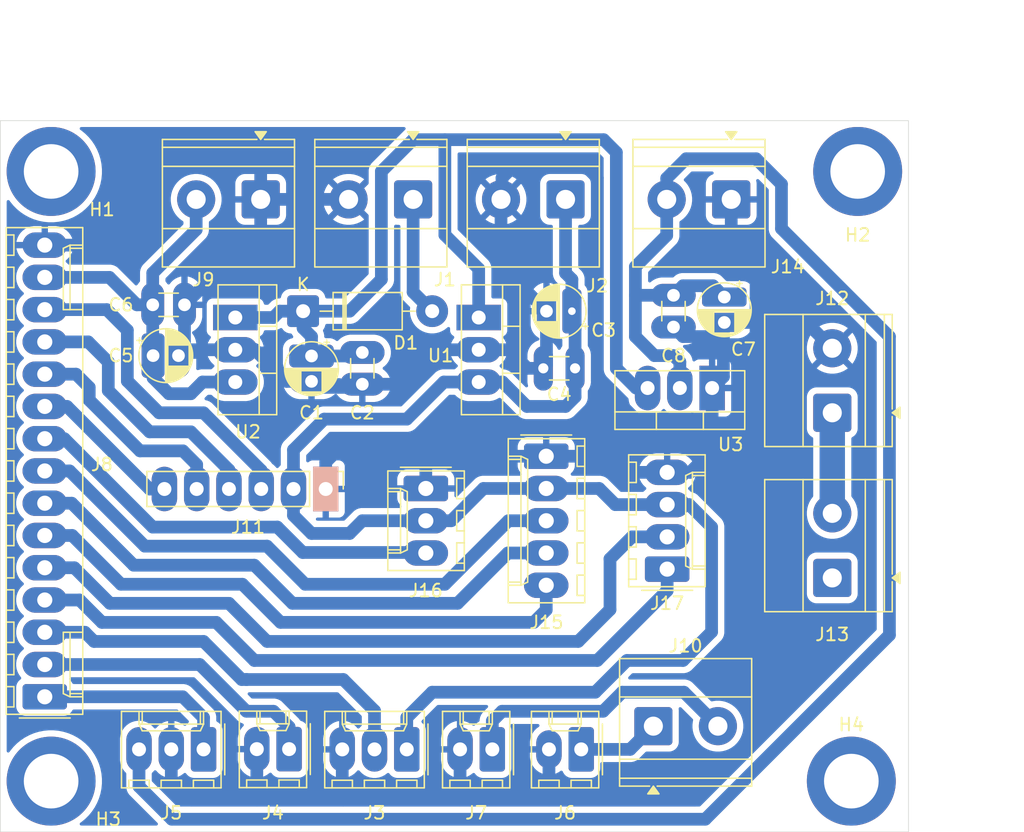
<source format=kicad_pcb>
(kicad_pcb (version 20241229) (generator "pcbnew") (generator_version "9.0")
  (layers (0 "F.Cu" signal) (2 "B.Cu" signal) (13 "F.Paste" user) (15 "B.Paste" user) (5 "F.SilkS" user "F.Silkscreen") (7 "B.SilkS" user "B.Silkscreen") (1 "F.Mask" user) (3 "B.Mask" user) (25 "Edge.Cuts" user))
  (net 0 "")
  (net 1 "+5V")
  (net 2 "Net-(D1-K)")
  (net 3 "GND")
  (net 4 "B15")
  (net 5 "B13")
  (net 6 "+12V_R")
  (net 7 "+9V")
  (net 8 "B15_R")
  (net 9 "B12")
  (net 10 "PIN_LAMPARA")
  (net 11 "B13_R")
  (net 12 "+12V")
  (net 13 "A11")
  (net 14 "+3_3V")
  (net 15 "A9")
  (net 17 "SDA")
  (net 18 "PIN_MOTOR")
  (net 19 "CLK")
  (net 20 "SCL")
  (net 21 "DT")
  (net 22 "SW")
  (net 23 "PIN_ENCODER")
  (footprint "TerminalBlock_Phoenix:TerminalBlock_Phoenix_MKDS-1,5-2-5.08_1x02_P5.08mm_Horizontal" (layer "F.Cu") (at 163.915 114.6725)
    (property "Reference" "J10" (at 2.54 -6.32 0) (layer "F.SilkS"))
    (property "Value" "Retorno_1")
    (pad "1" thru_hole roundrect (at 0 0) (size 3 3) (drill 1.5) (layers "*.Cu" "*.Mask") (roundrect_rratio 0.096154) (net 11 "B13_R"))
    (pad "2" thru_hole circle (at 5.08 0) (size 3 3) (drill 1.5) (layers "*.Cu" "*.Mask") (net 8 "B15_R"))
  )
  (footprint "Connector_Molex:Molex_KK-254_AE-6410-03A_1x03_P2.54mm_Vertical" (layer "F.Cu") (at 128.5 116.5 180)
    (property "Reference" "J5" (at 2.54 -5 0) (layer "F.SilkS"))
    (property "Value" "Tx")
    (pad "1" thru_hole roundrect (at 0 0 180) (size 2 3.5) (drill 1.1) (layers "*.Cu" "*.Mask") (roundrect_rratio 0.143678) (net 13 "A11"))
    (pad "2" thru_hole oval (at 2.54 0 180) (size 2 3.5) (drill 1.1) (layers "*.Cu" "*.Mask") (net 3 "GND"))
    (pad "3" thru_hole oval (at 5.08 0 180) (size 2 3.5) (drill 1.1) (layers "*.Cu" "*.Mask") (net 14 "+3_3V"))
  )
  (footprint "Capacitor_THT:CP_Radial_D4.0mm_P2.00mm" (layer "F.Cu") (at 137 85.527401 -90)
    (property "Reference" "C1" (at 4.472599 0 180) (layer "F.SilkS"))
    (property "Value" "0.22uF")
    (pad "1" thru_hole roundrect (at 0 0 270) (size 1.8 3.5) (drill 1) (layers "*.Cu" "*.Mask") (roundrect_rratio 0.208333) (net 2 "Net-(D1-K)"))
    (pad "2" thru_hole oval (at 2 0 270) (size 1.8 3.5) (drill 1) (layers "*.Cu" "*.Mask") (net 3 "GND"))
  )
  (footprint "Connector_Molex:Molex_KK-254_AE-6410-04A_1x04_P2.54mm_Vertical" (layer "F.Cu") (at 165 102.31 90)
    (property "Reference" "J17" (at -2.69 0 180) (layer "F.SilkS"))
    (property "Value" "LCD")
    (pad "1" thru_hole roundrect (at 0 0 90) (size 2 3.5) (drill 1.19) (layers "*.Cu" "*.Mask") (roundrect_rratio 0.143678) (net 20 "SCL"))
    (pad "2" thru_hole oval (at 2.54 0 90) (size 2 3.5) (drill 1.19) (layers "*.Cu" "*.Mask") (net 17 "SDA"))
    (pad "3" thru_hole oval (at 5.08 0 90) (size 2 3.5) (drill 1.19) (layers "*.Cu" "*.Mask") (net 1 "+5V"))
    (pad "4" thru_hole oval (at 7.62 0 90) (size 2 3.5) (drill 1.19) (layers "*.Cu" "*.Mask") (net 3 "GND"))
  )
  (footprint "Capacitor_THT:CP_Radial_D4.0mm_P2.00mm" (layer "F.Cu") (at 169.5 80.8887 -90)
    (property "Reference" "C7" (at 4.1113 -1.5 180) (layer "F.SilkS"))
    (property "Value" "10uF")
    (pad "1" thru_hole roundrect (at 0 0 270) (size 1.5 3.5) (drill 1) (layers "*.Cu" "*.Mask") (roundrect_rratio 0.208333) (net 14 "+3_3V"))
    (pad "2" thru_hole oval (at 2 0 270) (size 1.5 3.5) (drill 1) (layers "*.Cu" "*.Mask") (net 3 "GND"))
  )
  (footprint "Diode_THT:D_DO-41_SOD81_P10.16mm_Horizontal" (layer "F.Cu") (at 136.34 82)
    (property "Reference" "D1" (at 8.08 2.5 0) (layer "F.SilkS"))
    (property "Value" "1N5819")
    (fp_text user "K" (at 0 -2.1 0) (layer "F.SilkS"))
    (pad "1" thru_hole roundrect (at 0 0) (size 2.5 2.5) (drill 1.1) (layers "*.Cu" "*.Mask") (roundrect_rratio 0.113636) (net 2 "Net-(D1-K)"))
    (pad "2" thru_hole circle (at 10.16 0) (size 2.5 2.5) (drill 1.1) (layers "*.Cu" "*.Mask") (net 12 "+12V"))
  )
  (footprint "TerminalBlock_Phoenix:TerminalBlock_Phoenix_MKDS-1,5-2-5.08_1x02_P5.08mm_Horizontal" (layer "F.Cu") (at 133 73.2 180)
    (property "Reference" "J9" (at 4.5 -6.32 0) (layer "F.SilkS"))
    (property "Value" "9V_OUT")
    (pad "1" thru_hole roundrect (at 0 0 180) (size 3 3) (drill 1.5) (layers "*.Cu" "*.Mask") (roundrect_rratio 0.096154) (net 3 "GND"))
    (pad "2" thru_hole circle (at 5.08 0 180) (size 3 3) (drill 1.5) (layers "*.Cu" "*.Mask") (net 7 "+9V"))
  )
  (footprint "Capacitor_THT:CP_Radial_D4.0mm_P2.00mm" (layer "F.Cu") (at 124.527401 85.5)
    (property "Reference" "C5" (at -2.527401 0 0) (layer "F.SilkS"))
    (property "Value" "10uF")
    (pad "1" thru_hole roundrect (at 0 0) (size 1.8 3.5) (drill 1) (layers "*.Cu" "*.Mask") (roundrect_rratio 0.208333) (net 7 "+9V"))
    (pad "2" thru_hole oval (at 2 0) (size 1.8 3.5) (drill 1) (layers "*.Cu" "*.Mask") (net 3 "GND"))
  )
  (footprint "Connector_Molex:Molex_KK-254_AE-6410-02A_1x02_P2.54mm_Vertical" (layer "F.Cu") (at 151.235 116.5 180)
    (property "Reference" "J7" (at 1.27 -5 0) (layer "F.SilkS"))
    (property "Value" "Cooler")
    (pad "1" thru_hole roundrect (at 0 0 180) (size 2 3.5) (drill 1.1) (layers "*.Cu" "*.Mask") (roundrect_rratio 0.143678) (net 8 "B15_R"))
    (pad "2" thru_hole oval (at 2.54 0 180) (size 2 3.5) (drill 1.1) (layers "*.Cu" "*.Mask") (net 3 "GND"))
  )
  (footprint "TerminalBlock_Phoenix:TerminalBlock_Phoenix_MKDS-1,5-2-5.08_1x02_P5.08mm_Horizontal" (layer "F.Cu") (at 178 103 90)
    (property "Reference" "J13" (at -4.455 0 0) (layer "F.SilkS"))
    (property "Value" "Retorno_2")
    (pad "1" thru_hole roundrect (at 0 0 90) (size 3 3) (drill 1.5) (layers "*.Cu" "*.Mask") (roundrect_rratio 0.096154))
    (pad "2" thru_hole circle (at 5.08 0 90) (size 3 3) (drill 1.5) (layers "*.Cu" "*.Mask") (net 6 "+12V_R"))
  )
  (footprint "Connector_Molex:Molex_KK-254_AE-6410-03A_1x03_P2.54mm_Vertical" (layer "F.Cu") (at 146 95.96 -90)
    (property "Reference" "J16" (at 8.04 0 180) (layer "F.SilkS"))
    (property "Value" "Encoder_Motor")
    (pad "1" thru_hole roundrect (at 0 0 270) (size 2 3.5) (drill 1.19) (layers "*.Cu" "*.Mask") (roundrect_rratio 0.143678) (net 3 "GND"))
    (pad "2" thru_hole oval (at 2.54 0 270) (size 2 3.5) (drill 1.19) (layers "*.Cu" "*.Mask") (net 1 "+5V"))
    (pad "3" thru_hole oval (at 5.08 0 270) (size 2 3.5) (drill 1.19) (layers "*.Cu" "*.Mask") (net 23 "PIN_ENCODER"))
  )
  (footprint "Package_TO_SOT_THT:TO-220-3_Vertical" (layer "F.Cu") (at 131 82.5 -90)
    (property "Reference" "U2" (at 9 -1 180) (layer "F.SilkS"))
    (property "Value" "LM7809_TO220")
    (pad "1" thru_hole rect (at 0 0 270) (size 2 3.5) (drill 1.1) (layers "*.Cu" "*.Mask") (net 2 "Net-(D1-K)"))
    (pad "2" thru_hole oval (at 2.54 0 270) (size 2 3.5) (drill 1.1) (layers "*.Cu" "*.Mask") (net 3 "GND"))
    (pad "3" thru_hole oval (at 5.08 0 270) (size 2 3.5) (drill 1.1) (layers "*.Cu" "*.Mask") (net 7 "+9V"))
  )
  (footprint "TerminalBlock_Phoenix:TerminalBlock_Phoenix_MKDS-1,5-2-5.08_1x02_P5.08mm_Horizontal" (layer "F.Cu") (at 157 73.2 180)
    (property "Reference" "J2" (at -2.5 -6.8 0) (layer "F.SilkS"))
    (property "Value" "5V_OUT")
    (pad "1" thru_hole roundrect (at 0 0 180) (size 3 3) (drill 1.5) (layers "*.Cu" "*.Mask") (roundrect_rratio 0.096154) (net 1 "+5V"))
    (pad "2" thru_hole circle (at 5.08 0 180) (size 3 3) (drill 1.5) (layers "*.Cu" "*.Mask") (net 3 "GND"))
  )
  (footprint "Capacitor_THT:C_Disc_D3.0mm_W1.6mm_P2.50mm" (layer "F.Cu") (at 141 85.250001 -90)
    (property "Reference" "C2" (at 4.749999 0 180) (layer "F.SilkS"))
    (property "Value" "0.1uF")
    (pad "1" thru_hole oval (at 0 0 270) (size 1.8 3.5) (drill 1) (layers "*.Cu" "*.Mask") (net 2 "Net-(D1-K)"))
    (pad "2" thru_hole oval (at 2.5 0 270) (size 1.8 3.5) (drill 1) (layers "*.Cu" "*.Mask") (net 3 "GND"))
  )
  (footprint "TerminalBlock_Phoenix:TerminalBlock_Phoenix_MKDS-1,5-2-5.08_1x02_P5.08mm_Horizontal" (layer "F.Cu") (at 170.045 73.2 180)
    (property "Reference" "J14" (at -4.455 -5.3 0) (layer "F.SilkS"))
    (property "Value" "3_3V_OUT")
    (pad "1" thru_hole roundrect (at 0 0 180) (size 3 3) (drill 1.5) (layers "*.Cu" "*.Mask") (roundrect_rratio 0.096154) (net 3 "GND"))
    (pad "2" thru_hole circle (at 5.08 0 180) (size 3 3) (drill 1.5) (layers "*.Cu" "*.Mask") (net 14 "+3_3V"))
  )
  (footprint "Capacitor_THT:CP_Radial_D4.0mm_P2.00mm" (layer "F.Cu") (at 157.5 82 180)
    (property "Reference" "C3" (at -2.5 -1.5 0) (layer "F.SilkS"))
    (property "Value" "10uF")
    (pad "1" thru_hole roundrect (at 0 0 180) (size 1.5 3.5) (drill 0.6) (layers "*.Cu" "*.Mask") (roundrect_rratio 0.208333) (net 1 "+5V"))
    (pad "2" thru_hole oval (at 2 0 180) (size 1.5 3.5) (drill 1) (layers "*.Cu" "*.Mask") (net 3 "GND"))
  )
  (footprint "MountingHole:MountingHole_4.3mm_M4_ISO14580_Pad_TopBottom" (layer "F.Cu") (at 116.5 71)
    (property "Reference" "H1" (at 4 3 0) (layer "F.SilkS"))
    (property "Value" "MountingHole_4.3mm_M4_ISO14580_Pad_TopBottom" (hide yes))
    (pad "1" thru_hole circle (at 0 0) (size 4.7 4.7) (drill 4.3) (layers "*.Cu" "*.Mask"))
    (pad "1" connect circle (at 0 0) (size 7 7) (layers "F.Cu" "F.Mask"))
    (pad "1" connect circle (at 0 0) (size 7 7) (layers "B.Cu" "B.Mask"))
  )
  (footprint "Package_TO_SOT_THT:TO-220-3_Vertical" (layer "F.Cu") (at 168.54 88.05 180)
    (property "Reference" "U3" (at -1.46 -4.45 0) (layer "F.SilkS"))
    (property "Value" "LD1117V33")
    (pad "1" thru_hole rect (at 0 0 180) (size 2 3.5) (drill 1.1) (layers "*.Cu" "*.Mask") (net 3 "GND"))
    (pad "2" thru_hole oval (at 2.54 0 180) (size 2 3.5) (drill 1.1) (layers "*.Cu" "*.Mask") (net 14 "+3_3V"))
    (pad "3" thru_hole oval (at 5.08 0 180) (size 2 3.5) (drill 1.1) (layers "*.Cu" "*.Mask") (net 2 "Net-(D1-K)"))
  )
  (footprint "Connector_PinHeader_2.54mm:PinHeader_1x06_P2.54mm_Vertical" (layer "F.Cu") (at 138.12 96 -90)
    (property "Reference" "J11" (at 3 6.12 180) (layer "F.SilkS"))
    (property "Value" "Modulo_Reles" (hide yes))
    (pad "1" thru_hole rect (at 0 0 270) (size 3.5 2) (drill 1.1) (layers "*.Cu" "*.Mask" "B.SilkS") (net 3 "GND"))
    (pad "2" thru_hole oval (at 0 2.54 270) (size 3.5 2) (drill 1.1) (layers "*.Cu" "*.Mask") (net 1 "+5V"))
    (pad "3" thru_hole oval (at 0 5.08 270) (size 3.5 2) (drill 1.1) (layers "*.Cu" "*.Mask") (net 18 "PIN_MOTOR"))
    (pad "4" thru_hole oval (at 0 7.62 270) (size 3.5 2) (drill 1.1) (layers "*.Cu" "*.Mask") (net 10 "PIN_LAMPARA"))
    (pad "5" thru_hole oval (at 0 10.16 270) (size 3.5 2) (drill 1.1) (layers "*.Cu" "*.Mask") (net 5 "B13"))
    (pad "6" thru_hole oval (at 0 12.7 270) (size 3.5 2) (drill 1.1) (layers "*.Cu" "*.Mask") (net 4 "B15"))
  )
  (footprint "Connector_Molex:Molex_KK-254_AE-6410-03A_1x03_P2.54mm_Vertical" (layer "F.Cu") (at 144.5 116.5 180)
    (property "Reference" "J3" (at 2.54 -5 0) (layer "F.SilkS"))
    (property "Value" "DHT11")
    (pad "1" thru_hole roundrect (at 0 0 180) (size 2 3.5) (drill 1.1) (layers "*.Cu" "*.Mask") (roundrect_rratio 0.143678) (net 1 "+5V"))
    (pad "2" thru_hole oval (at 2.54 0 180) (size 2 3.5) (drill 1.1) (layers "*.Cu" "*.Mask") (net 15 "A9"))
    (pad "3" thru_hole oval (at 5.08 0 180) (size 2 3.5) (drill 1.1) (layers "*.Cu" "*.Mask") (net 3 "GND"))
  )
  (footprint "Connector_Molex:Molex_KK-254_AE-6410-02A_1x02_P2.54mm_Vertical" (layer "F.Cu") (at 135.235 116.48 180)
    (property "Reference" "J4" (at 1.27 -5.02 0) (layer "F.SilkS"))
    (property "Value" "Buzzer")
    (pad "1" thru_hole roundrect (at 0 0 180) (size 2 3.5) (drill 1.1) (layers "*.Cu" "*.Mask") (roundrect_rratio 0.143678) (net 9 "B12"))
    (pad "2" thru_hole oval (at 2.54 0 180) (size 2 3.5) (drill 1.1) (layers "*.Cu" "*.Mask") (net 3 "GND"))
  )
  (footprint "Connector_Molex:Molex_KK-254_AE-6410-02A_1x02_P2.54mm_Vertical" (layer "F.Cu") (at 158.235 116.5 180)
    (property "Reference" "J6" (at 1.27 -5 0) (layer "F.SilkS"))
    (property "Value" "Humidificador")
    (pad "1" thru_hole roundrect (at 0 0 180) (size 2 3.5) (drill 1.1) (layers "*.Cu" "*.Mask") (roundrect_rratio 0.143678) (net 11 "B13_R"))
    (pad "2" thru_hole oval (at 2.54 0 180) (size 2 3) (drill 1.1) (layers "*.Cu" "*.Mask") (net 3 "GND"))
  )
  (footprint "MountingHole:MountingHole_4.3mm_M4_ISO14580_Pad_TopBottom" (layer "F.Cu") (at 116.5 119)
    (property "Reference" "H3" (at 4.5 3 0) (layer "F.SilkS"))
    (property "Value" "MountingHole_4.3mm_M4_ISO14580_Pad_TopBottom" (hide yes))
    (pad "1" thru_hole circle (at 0 0) (size 4.7 4.7) (drill 4.3) (layers "*.Cu" "*.Mask"))
    (pad "1" connect circle (at 0 0) (size 7 7) (layers "F.Cu" "F.Mask"))
    (pad "1" connect circle (at 0 0) (size 7 7) (layers "B.Cu" "B.Mask"))
  )
  (footprint "MountingHole:MountingHole_4.3mm_M4_ISO14580_Pad_TopBottom" (layer "F.Cu") (at 179.5 119)
    (property "Reference" "H4" (at 0 -4.45 0) (layer "F.SilkS"))
    (property "Value" "MountingHole_4.3mm_M4_ISO14580_Pad_TopBottom" (hide yes))
    (pad "1" thru_hole circle (at 0 0) (size 4.7 4.7) (drill 4.3) (layers "*.Cu" "*.Mask"))
    (pad "1" connect circle (at 0 0) (size 7 7) (layers "F.Cu" "F.Mask"))
    (pad "1" connect circle (at 0 0) (size 7 7) (layers "B.Cu" "B.Mask"))
  )
  (footprint "Capacitor_THT:C_Disc_D3.0mm_W1.6mm_P2.50mm" (layer "F.Cu") (at 124.5 81.5)
    (property "Reference" "C6" (at -2.5 0 0) (layer "F.SilkS"))
    (property "Value" "0.1uF")
    (pad "1" thru_hole oval (at 0 0) (size 1.8 3.5) (drill 1) (layers "*.Cu" "*.Mask") (net 7 "+9V"))
    (pad "2" thru_hole oval (at 2.5 0) (size 1.8 3.5) (drill 1) (layers "*.Cu" "*.Mask") (net 3 "GND"))
  )
  (footprint "MountingHole:MountingHole_4.3mm_M4_ISO14580_Pad_TopBottom" (layer "F.Cu") (at 180 71)
    (property "Reference" "H2" (at 0 5 0) (layer "F.SilkS"))
    (property "Value" "MountingHole_4.3mm_M4_ISO14580_Pad_TopBottom" (hide yes))
    (pad "1" thru_hole circle (at 0 0) (size 4.7 4.7) (drill 4.3) (layers "*.Cu" "*.Mask"))
    (pad "1" connect circle (at 0 0) (size 7 7) (layers "F.Cu" "F.Mask"))
    (pad "1" connect circle (at 0 0) (size 7 7) (layers "B.Cu" "B.Mask"))
  )
  (footprint "Capacitor_THT:C_Disc_D3.0mm_W1.6mm_P2.50mm" (layer "F.Cu") (at 157.75 86.5 180)
    (property "Reference" "C4" (at 1.25 -2.05 0) (layer "F.SilkS"))
    (property "Value" "0.1uF")
    (pad "1" thru_hole oval (at 0 0 180) (size 1.5 3.5) (drill 0.8) (layers "*.Cu" "*.Mask") (net 1 "+5V"))
    (pad "2" thru_hole oval (at 2.5 0 180) (size 1.5 3.5) (drill 0.8) (layers "*.Cu" "*.Mask") (net 3 "GND"))
  )
  (footprint "Package_TO_SOT_THT:TO-220-3_Vertical" (layer "F.Cu") (at 150.1625 82.5 -90)
    (property "Reference" "U1" (at 3 3 180) (layer "F.SilkS"))
    (property "Value" "LM7805_TO220")
    (pad "1" thru_hole rect (at 0 0 270) (size 2 3.5) (drill 1.1) (layers "*.Cu" "*.Mask") (net 2 "Net-(D1-K)"))
    (pad "2" thru_hole oval (at 2.54 0 270) (size 2 3.5) (drill 1.1) (layers "*.Cu" "*.Mask") (net 3 "GND"))
    (pad "3" thru_hole oval (at 5.08 0 270) (size 2 3.5) (drill 1.1) (layers "*.Cu" "*.Mask") (net 1 "+5V"))
  )
  (footprint "TerminalBlock_Phoenix:TerminalBlock_Phoenix_MKDS-1,5-2-5.08_1x02_P5.08mm_Horizontal" (layer "F.Cu") (at 178 90 90)
    (property "Reference" "J12" (at 9 0 180) (layer "F.SilkS"))
    (property "Value" "Motor")
    (pad "1" thru_hole roundrect (at 0 0 90) (size 3 3) (drill 1.5) (layers "*.Cu" "*.Mask") (roundrect_rratio 0.096154) (net 6 "+12V_R"))
    (pad "2" thru_hole circle (at 5.08 0 90) (size 3 3) (drill 1.5) (layers "*.Cu" "*.Mask") (net 3 "GND"))
  )
  (footprint "Connector_Molex:Molex_KK-254_AE-6410-15A_1x15_P2.54mm_Vertical" (layer "F.Cu") (at 116 112.36 90)
    (property "Reference" "J8" (at 18.285 4.5 180) (layer "F.SilkS"))
    (property "Value" "Nucleo")
    (pad "1" thru_hole roundrect (at 0 0 90) (size 2 3.5) (drill 1.19) (layers "*.Cu" "*.Mask") (roundrect_rratio 0.143678) (net 13 "A11"))
    (pad "2" thru_hole oval (at 2.54 0 90) (size 2 3.5) (drill 1.19) (layers "*.Cu" "*.Mask") (net 9 "B12"))
    (pad "3" thru_hole oval (at 5.08 0 90) (size 2 3.5) (drill 1.19) (layers "*.Cu" "*.Mask") (net 15 "A9"))
    (pad "4" thru_hole oval (at 7.62 0 90) (size 2 3.5) (drill 1.19) (layers "*.Cu" "*.Mask") (net 20 "SCL"))
    (pad "5" thru_hole oval (at 10.16 0 90) (size 2 3.5) (drill 1.19) (layers "*.Cu" "*.Mask") (net 17 "SDA"))
    (pad "6" thru_hole oval (at 12.7 0 90) (size 2 3.5) (drill 1.19) (layers "*.Cu" "*.Mask") (net 19 "CLK"))
    (pad "7" thru_hole oval (at 15.24 0 90) (size 2 3.5) (drill 1.19) (layers "*.Cu" "*.Mask") (net 21 "DT"))
    (pad "8" thru_hole oval (at 17.78 0 90) (size 2 3.5) (drill 1.19) (layers "*.Cu" "*.Mask") (net 22 "SW"))
    (pad "9" thru_hole oval (at 20.32 0 90) (size 2 3.5) (drill 1.19) (layers "*.Cu" "*.Mask") (net 23 "PIN_ENCODER"))
    (pad "10" thru_hole oval (at 22.86 0 90) (size 2 3.5) (drill 1.19) (layers "*.Cu" "*.Mask") (net 4 "B15"))
    (pad "11" thru_hole oval (at 25.4 0 90) (size 2 3.5) (drill 1.19) (layers "*.Cu" "*.Mask") (net 5 "B13"))
    (pad "12" thru_hole oval (at 27.94 0 90) (size 2 3.5) (drill 1.19) (layers "*.Cu" "*.Mask") (net 10 "PIN_LAMPARA"))
    (pad "13" thru_hole oval (at 30.48 0 90) (size 2 3.5) (drill 1.19) (layers "*.Cu" "*.Mask") (net 18 "PIN_MOTOR"))
    (pad "14" thru_hole oval (at 33.02 0 90) (size 2 3.5) (drill 1.19) (layers "*.Cu" "*.Mask") (net 7 "+9V"))
    (pad "15" thru_hole oval (at 35.56 0 90) (size 2 3.5) (drill 1.19) (layers "*.Cu" "*.Mask") (net 3 "GND"))
  )
  (footprint "Connector_Molex:Molex_KK-254_AE-6410-05A_1x05_P2.54mm_Vertical" (layer "F.Cu") (at 155.48 93.42 -90)
    (property "Reference" "J15" (at 13.08 -0.02 180) (layer "F.SilkS"))
    (property "Value" "Encoder_Rotativo")
    (pad "1" thru_hole roundrect (at 0 0 270) (size 2 3.5) (drill 1.19) (layers "*.Cu" "*.Mask") (roundrect_rratio 0.143678) (net 3 "GND"))
    (pad "2" thru_hole oval (at 2.54 0 270) (size 2 3.5) (drill 1.19) (layers "*.Cu" "*.Mask") (net 1 "+5V"))
    (pad "3" thru_hole oval (at 5.08 0 270) (size 2 3.5) (drill 1.19) (layers "*.Cu" "*.Mask") (net 22 "SW"))
    (pad "4" thru_hole oval (at 7.62 0 270) (size 2 3.5) (drill 1.19) (layers "*.Cu" "*.Mask") (net 21 "DT"))
    (pad "5" thru_hole oval (at 10.16 0 270) (size 2 3.5) (drill 1.19) (layers "*.Cu" "*.Mask") (net 19 "CLK"))
  )
  (footprint "TerminalBlock_Phoenix:TerminalBlock_Phoenix_MKDS-1,5-2-5.08_1x02_P5.08mm_Horizontal" (layer "F.Cu") (at 145 73.2 180)
    (property "Reference" "J1" (at -2.5 -6.32 0) (layer "F.SilkS"))
    (property "Value" "12V_IN")
    (pad "1" thru_hole roundrect (at 0 0 180) (size 3 3) (drill 1.5) (layers "*.Cu" "*.Mask") (roundrect_rratio 0.096154) (net 12 "+12V"))
    (pad "2" thru_hole circle (at 5.08 0 180) (size 3 3) (drill 1.5) (layers "*.Cu" "*.Mask") (net 3 "GND"))
  )
  (footprint "Capacitor_THT:C_Disc_D3.0mm_W1.6mm_P2.50mm" (layer "F.Cu") (at 165.5 80.75 -90)
    (property "Reference" "C8" (at 4.75 0 0) (layer "F.SilkS"))
    (property "Value" "0.1uF")
    (pad "1" thru_hole oval (at 0 0 270) (size 1.8 3.5) (drill 1) (layers "*.Cu" "*.Mask") (net 14 "+3_3V"))
    (pad "2" thru_hole oval (at 2.5 0 270) (size 1.8 3.5) (drill 1) (layers "*.Cu" "*.Mask") (net 3 "GND"))
  )
  (gr_rect (start 112.5 67) (end 184 123) (stroke (width 0.05)) (fill no) (layer "Edge.Cuts"))
  (segment (start 157.75 82.25) (end 157.75 86.5) (width 1) (layer "B.Cu") (net 1))
  (segment (start 159.337266 112) (end 161.837266 109.5) (width 1) (layer "B.Cu") (net 1))
  (segment (start 150.54 95.96) (end 148 98.5) (width 1) (layer "B.Cu") (net 1))
  (segment (start 157.5 79.5) (end 157.5 82) (width 1) (layer "B.Cu") (net 1))
  (segment (start 157 73.2) (end 157 79) (width 1) (layer "B.Cu") (net 1))
  (segment (start 166.73 97.23) (end 165 97.23) (width 1) (layer "B.Cu") (net 1))
  (segment (start 135.58 92.92) (end 135.58 96) (width 1) (layer "B.Cu") (net 1))
  (segment (start 152.04 87.58) (end 151 87.58) (width 1) (layer "B.Cu") (net 1))
  (segment (start 135.58 96) (end 135.58 98.08) (width 1) (layer "B.Cu") (net 1))
  (segment (start 155.48 95.96) (end 150.54 95.96) (width 1) (layer "B.Cu") (net 1))
  (segment (start 141 98.5) (end 146 98.5) (width 1) (layer "B.Cu") (net 1))
  (segment (start 165 97.23) (end 160.918633 97.23) (width 1) (layer "B.Cu") (net 1))
  (segment (start 138 90.5) (end 135.58 92.92) (width 1) (layer "B.Cu") (net 1))
  (segment (start 136.999 99.499) (end 140.001 99.499) (width 1) (layer "B.Cu") (net 1))
  (segment (start 148 98.5) (end 146 98.5) (width 1) (layer "B.Cu") (net 1))
  (segment (start 144.5 114) (end 146.5 112) (width 1) (layer "B.Cu") (net 1))
  (segment (start 157.5 82) (end 157.75 82.25) (width 1) (layer "B.Cu") (net 1))
  (segment (start 157.75 88.75) (end 157 89.5) (width 1) (layer "B.Cu") (net 1))
  (segment (start 168.5 107.25) (end 168.5 99) (width 1) (layer "B.Cu") (net 1))
  (segment (start 140.001 99.499) (end 141 98.5) (width 1) (layer "B.Cu") (net 1))
  (segment (start 147.42 87.58) (end 144.5 90.5) (width 1) (layer "B.Cu") (net 1))
  (segment (start 161.837266 109.5) (end 166.25 109.5) (width 1) (layer "B.Cu") (net 1))
  (segment (start 153.96 89.5) (end 152.04 87.58) (width 1) (layer "B.Cu") (net 1))
  (segment (start 135.58 98.08) (end 136.999 99.499) (width 1) (layer "B.Cu") (net 1))
  (segment (start 157 89.5) (end 153.96 89.5) (width 1) (layer "B.Cu") (net 1))
  (segment (start 144.5 116.5) (end 144.5 114) (width 1) (layer "B.Cu") (net 1))
  (segment (start 150.1625 87.58) (end 147.42 87.58) (width 1) (layer "B.Cu") (net 1))
  (segment (start 157 79) (end 157.5 79.5) (width 1) (layer "B.Cu") (net 1))
  (segment (start 157.75 86.5) (end 157.75 88.75) (width 1) (layer "B.Cu") (net 1))
  (segment (start 160.918633 97.23) (end 159.648633 95.96) (width 1) (layer "B.Cu") (net 1))
  (segment (start 166.25 109.5) (end 168.5 107.25) (width 1) (layer "B.Cu") (net 1))
  (segment (start 144.5 90.5) (end 138 90.5) (width 1) (layer "B.Cu") (net 1))
  (segment (start 159.648633 95.96) (end 155.48 95.96) (width 1) (layer "B.Cu") (net 1))
  (segment (start 146.5 112) (end 159.337266 112) (width 1) (layer "B.Cu") (net 1))
  (segment (start 168.5 99) (end 166.73 97.23) (width 1) (layer "B.Cu") (net 1))
  (segment (start 134.5 82) (end 134 82.5) (width 1) (layer "B.Cu") (net 2))
  (segment (start 137 84) (end 136.34 83.34) (width 1) (layer "B.Cu") (net 2))
  (segment (start 137 85.527401) (end 140.7226 85.527401) (width 1) (layer "B.Cu") (net 2))
  (segment (start 161 69.5) (end 160 68.5) (width 1) (layer "B.Cu") (net 2))
  (segment (start 142.5 71) (end 142.5 79.5) (width 1) (layer "B.Cu") (net 2))
  (segment (start 142.5 79.5) (end 140 82) (width 1) (layer "B.Cu") (net 2))
  (segment (start 145 68.5) (end 142.5 71) (width 1) (layer "B.Cu") (net 2))
  (segment (start 160 68.5) (end 145 68.5) (width 1) (layer "B.Cu") (net 2))
  (segment (start 136.34 83.34) (end 136.34 82) (width 1) (layer "B.Cu") (net 2))
  (segment (start 161 86.5) (end 161 69.5) (width 1) (layer "B.Cu") (net 2))
  (segment (start 150.1625 82.5) (end 150.1625 78.6625) (width 1) (layer "B.Cu") (net 2))
  (segment (start 150.1625 78.6625) (end 147.5 76) (width 1) (layer "B.Cu") (net 2))
  (segment (start 140 82) (end 134.5 82) (width 1) (layer "B.Cu") (net 2))
  (segment (start 147.5 76) (end 147.5 68.5) (width 1) (layer "B.Cu") (net 2))
  (segment (start 137 85.527401) (end 137 84) (width 1) (layer "B.Cu") (net 2))
  (segment (start 162.55 88.05) (end 161 86.5) (width 1) (layer "B.Cu") (net 2))
  (segment (start 163.46 88.05) (end 162.55 88.05) (width 1) (layer "B.Cu") (net 2))
  (segment (start 140.7226 85.527401) (end 141 85.250001) (width 1) (layer "B.Cu") (net 2))
  (segment (start 134 82.5) (end 131 82.5) (width 1) (layer "B.Cu") (net 2))
  (segment (start 149.5 92.5) (end 150.42 93.42) (width 1) (layer "B.Cu") (net 3))
  (segment (start 133 70.5) (end 133 73.2) (width 1) (layer "B.Cu") (net 3))
  (segment (start 175.9687 82.8887) (end 169.5 82.8887) (width 1) (layer "B.Cu") (net 3))
  (segment (start 162.5 90.5) (end 168.54 90.5) (width 1) (layer "B.Cu") (net 3))
  (segment (start 161.19 94.69) (end 165 94.69) (width 1) (layer "B.Cu") (net 3))
  (segment (start 132.51 73.2) (end 138.92 73.2) (width 1) (layer "B.Cu") (net 3))
  (segment (start 132.5 85) (end 131.04 85) (width 1) (layer "B.Cu") (net 3))
  (segment (start 138.12 93.88) (end 139.5 92.5) (width 1) (layer "B.Cu") (net 3))
  (segment (start 167.21 120.5) (end 172 115.71) (width 1) (layer "B.Cu") (net 3))
  (segment (start 152 71.5) (end 153 70.5) (width 1) (layer "B.Cu") (net 3))
  (segment (start 166.81 94.69) (end 168.54 92.96) (width 1) (layer "B.Cu") (net 3))
  (segment (start 151.92 77.92) (end 151.92 73.2) (width 1) (layer "B.Cu") (net 3))
  (segment (start 132.5 85) (end 135.027401 87.527401) (width 1) (layer "B.Cu") (net 3))
  (segment (start 169.5 82.8887) (end 168.3887 84) (width 1) (layer "B.Cu") (net 3))
  (segment (start 146.96 85.04) (end 151 85.04) (width 1) (layer "B.Cu") (net 3))
  (segment (start 155.25 86.5) (end 155.5 86.25) (width 1) (layer "B.Cu") (net 3))
  (segment (start 150.42 93.42) (end 155.48 93.42) (width 1) (layer "B.Cu") (net 3))
  (segment (start 139.42 120.42) (end 139.5 120.5) (width 1) (layer "B.Cu") (net 3))
  (segment (start 178 84.92) (end 175.9687 82.8887) (width 1) (layer "B.Cu") (net 3))
  (segment (start 138.12 96) (end 138.12 93.88) (width 1) (layer "B.Cu") (net 3))
  (segment (start 139.42 116.5) (end 139.42 120.42) (width 1) (layer "B.Cu") (net 3))
  (segment (start 146 92.5) (end 149.5 92.5) (width 1) (layer "B.Cu") (net 3))
  (segment (start 137 87.527401) (end 137.472599 88) (width 1) (layer "B.Cu") (net 3))
  (segment (start 133 75.5) (end 133 73.2) (width 1) (layer "B.Cu") (net 3))
  (segment (start 152.54 85.04) (end 154 86.5) (width 1) (layer "B.Cu") (net 3))
  (segment (start 172 78.92) (end 170.045 76.965) (width 1) (layer "B.Cu") (net 3))
  (segment (start 140.750001 88) (end 141 87.750001) (width 1) (layer "B.Cu") (net 3))
  (segment (start 170.045 76.965) (end 170.045 73.2) (width 1) (layer "B.Cu") (net 3))
  (segment (start 168.54 92.96) (end 168.54 88.05) (width 1) (layer "B.Cu") (net 3))
  (segment (start 159.5 87.5) (end 162.5 90.5) (width 1) (layer "B.Cu") (net 3))
  (segment (start 168.54 88.05) (end 169.4287 87.1613) (width 1) (layer "B.Cu") (net 3))
  (segment (start 148.695 116.5) (end 148.695 120.5) (width 1) (layer "B.Cu") (net 3))
  (segment (start 139.5 120.5) (end 167.21 120.5) (width 1) (layer "B.Cu") (net 3))
  (segment (start 155.5 86.25) (end 155.5 82) (width 1) (layer "B.Cu") (net 3))
  (segment (start 132 69.5) (end 133 70.5) (width 1) (layer "B.Cu") (net 3))
  (segment (start 135.027401 87.527401) (end 137 87.527401) (width 1) (layer "B.Cu") (net 3))
  (segment (start 154 86.5) (end 155.25 86.5) (width 1) (layer "B.Cu") (net 3))
  (segment (start 125.96 116.5) (end 126 116.54) (width 1) (layer "B.Cu") (net 3))
  (segment (start 151.92 73.2) (end 152 73.12) (width 1) (layer "B.Cu") (net 3))
  (segment (start 159.5 71.5) (end 159.5 87.5) (width 1) (layer "B.Cu") (net 3))
  (segment (start 144.249999 87.750001) (end 146.96 85.04) (width 1) (layer "B.Cu") (net 3))
  (segment (start 155.695 116.5) (end 155.695 120.5) (width 1) (layer "B.Cu") (net 3))
  (segment (start 166.25 84) (end 165.5 83.25) (width 1) (layer "B.Cu") (net 3))
  (segment (start 131.04 85) (end 131 85.04) (width 1) (layer "B.Cu") (net 3))
  (segment (start 127 81.5) (end 133 75.5) (width 1) (layer "B.Cu") (net 3))
  (segment (start 172 115.71) (end 172 78.92) (width 1) (layer "B.Cu") (net 3))
  (segment (start 126.987401 85.04) (end 126.527401 85.5) (width 1) (layer "B.Cu") (net 3))
  (segment (start 127.5 69.5) (end 132 69.5) (width 1) (layer "B.Cu") (net 3))
  (segment (start 168.3887 84) (end 166.25 84) (width 1) (layer "B.Cu") (net 3))
  (segment (start 127.5 120.5) (end 139.5 120.5) (width 1) (layer "B.Cu") (net 3))
  (segment (start 151 85.04) (end 152.54 85.04) (width 1) (layer "B.Cu") (net 3))
  (segment (start 165 94.69) (end 166.81 94.69) (width 1) (layer "B.Cu") (net 3))
  (segment (start 151.92 78.42) (end 151.92 77.92) (width 1) (layer "B.Cu") (net 3))
  (segment (start 132.695 116.48) (end 132.695 120.5) (width 1) (layer "B.Cu") (net 3))
  (segment (start 146 95.96) (end 146 92.5) (width 1) (layer "B.Cu") (net 3))
  (segment (start 155.48 93.42) (end 159.92 93.42) (width 1) (layer "B.Cu") (net 3))
  (segment (start 125.96 118.96) (end 127.5 120.5) (width 1) (layer "B.Cu") (net 3))
  (segment (start 159.92 93.42) (end 161.19 94.69) (width 1) (layer "B.Cu") (net 3))
  (segment (start 137.472599 88) (end 140.750001 88) (width 1) (layer "B.Cu") (net 3))
  (segment (start 125.96 116.5) (end 125.96 118.96) (width 1) (layer "B.Cu") (net 3))
  (segment (start 127 85.027401) (end 127 81.5) (width 1) (layer "B.Cu") (net 3))
  (segment (start 153 70.5) (end 158.5 70.5) (width 1) (layer "B.Cu") (net 3))
  (segment (start 131 85.04) (end 126.987401 85.04) (width 1) (layer "B.Cu") (net 3))
  (segment (start 169.4287 87.1613) (end 169.4287 82.96) (width 1) (layer "B.Cu") (net 3))
  (segment (start 126.527401 85.5) (end 127 85.027401) (width 1) (layer "B.Cu") (net 3))
  (segment (start 169.4287 82.96) (end 169.5 82.8887) (width 1) (layer "B.Cu") (net 3))
  (segment (start 120.2 76.8) (end 127.5 69.5) (width 1) (layer "B.Cu") (net 3))
  (segment (start 141 87.750001) (end 144.249999 87.750001) (width 1) (layer "B.Cu") (net 3))
  (segment (start 116 76.8) (end 120.2 76.8) (width 1) (layer "B.Cu") (net 3))
  (segment (start 152 73.12) (end 152 71.5) (width 1) (layer "B.Cu") (net 3))
  (segment (start 139.5 92.5) (end 146 92.5) (width 1) (layer "B.Cu") (net 3))
  (segment (start 158.5 70.5) (end 159.5 71.5) (width 1) (layer "B.Cu") (net 3))
  (segment (start 155.5 82) (end 151.92 78.42) (width 1) (layer "B.Cu") (net 3))
  (segment (start 125.42 96) (end 124.25 96) (width 1) (layer "B.Cu") (net 4))
  (segment (start 117.75 89.5) (end 116 89.5) (width 1) (layer "B.Cu") (net 4))
  (segment (start 124.25 96) (end 117.75 89.5) (width 1) (layer "B.Cu") (net 4))
  (segment (start 119.5 89) (end 119.5 88) (width 1) (layer "B.Cu") (net 5))
  (segment (start 127.96 96) (end 127.96 94.082734) (width 1) (layer "B.Cu") (net 5))
  (segment (start 123.5 93) (end 119.5 89) (width 1) (layer "B.Cu") (net 5))
  (segment (start 119.5 88) (end 118.46 86.96) (width 1) (layer "B.Cu") (net 5))
  (segment (start 118.46 86.96) (end 116 86.96) (width 1) (layer "B.Cu") (net 5))
  (segment (start 126.877266 93) (end 123.5 93) (width 1) (layer "B.Cu") (net 5))
  (segment (start 127.96 94.082734) (end 126.877266 93) (width 1) (layer "B.Cu") (net 5))
  (segment (start 178 90) (end 178 97.92) (width 2) (layer "B.Cu") (net 6))
  (segment (start 125.777402 88.5) (end 124.527401 87.249999) (width 1) (layer "B.Cu") (net 7))
  (segment (start 128.42 87.58) (end 131 87.58) (width 1) (layer "B.Cu") (net 7))
  (segment (start 123.25 81.5) (end 124.5 81.5) (width 1) (layer "B.Cu") (net 7))
  (segment (start 124.5 85.472599) (end 124.527401 85.5) (width 1) (layer "B.Cu") (net 7))
  (segment (start 127.5 88.5) (end 128.42 87.58) (width 1) (layer "B.Cu") (net 7))
  (segment (start 116 79.34) (end 121.09 79.34) (width 1) (layer "B.Cu") (net 7))
  (segment (start 124.5 81.5) (end 124.5 79) (width 1) (layer "B.Cu") (net 7))
  (segment (start 124.5 81.5) (end 124.5 85.472599) (width 1) (layer "B.Cu") (net 7))
  (segment (start 121.09 79.34) (end 123.25 81.5) (width 1) (layer "B.Cu") (net 7))
  (segment (start 124.5 79) (end 127.92 75.58) (width 1) (layer "B.Cu") (net 7))
  (segment (start 127.5 88.5) (end 125.777402 88.5) (width 1) (layer "B.Cu") (net 7))
  (segment (start 124.527401 87.249999) (end 124.527401 85.5) (width 1) (layer "B.Cu") (net 7))
  (segment (start 127.92 75.58) (end 127.92 73.2) (width 1) (layer "B.Cu") (net 7))
  (segment (start 161.46 112) (end 166.3225 112) (width 1) (layer "B.Cu") (net 8))
  (segment (start 152 113.5) (end 159.96 113.5) (width 1) (layer "B.Cu") (net 8))
  (segment (start 166.3225 112) (end 168.995 114.6725) (width 1) (layer "B.Cu") (net 8))
  (segment (start 151.235 114.265) (end 152 113.5) (width 1) (layer "B.Cu") (net 8))
  (segment (start 151.235 116.5) (end 151.235 114.265) (width 1) (layer "B.Cu") (net 8))
  (segment (start 159.96 113.5) (end 161.46 112) (width 1) (layer "B.Cu") (net 8))
  (segment (start 128.197266 109.82) (end 131.877266 113.5) (width 1) (layer "B.Cu") (net 9))
  (segment (start 131.877266 113.5) (end 134.005 113.5) (width 1) (layer "B.Cu") (net 9))
  (segment (start 134.005 113.5) (end 135.235 114.73) (width 1) (layer "B.Cu") (net 9))
  (segment (start 135.235 114.73) (end 135.235 116.48) (width 1) (layer "B.Cu") (net 9))
  (segment (start 116 109.82) (end 128.197266 109.82) (width 1) (layer "B.Cu") (net 9))
  (segment (start 127.5 91.5) (end 130.5 94.5) (width 1) (layer "B.Cu") (net 10))
  (segment (start 119.42 84.42) (end 121 86) (width 1) (layer "B.Cu") (net 10))
  (segment (start 130.5 94.5) (end 130.5 95.622734) (width 1) (layer "B.Cu") (net 10))
  (segment (start 121 86) (end 121 88.25) (width 1) (layer "B.Cu") (net 10))
  (segment (start 121 88.25) (end 124.25 91.5) (width 1) (layer "B.Cu") (net 10))
  (segment (start 116 84.42) (end 119.42 84.42) (width 1) (layer "B.Cu") (net 10))
  (segment (start 124.25 91.5) (end 127.5 91.5) (width 1) (layer "B.Cu") (net 10))
  (segment (start 162.0875 116.5) (end 163.915 114.6725) (width 1) (layer "B.Cu") (net 11))
  (segment (start 158.235 116.5) (end 162.0875 116.5) (width 1) (layer "B.Cu") (net 11))
  (segment (start 145 73.2) (end 145 80.5) (width 1) (layer "B.Cu") (net 12))
  (segment (start 145 80.5) (end 146.5 82) (width 1) (layer "B.Cu") (net 12))
  (segment (start 128.5 116.5) (end 128.5 114) (width 1) (layer "B.Cu") (net 13))
  (segment (start 126.86 112.36) (end 116 112.36) (width 1) (layer "B.Cu") (net 13))
  (segment (start 128.5 114) (end 126.86 112.36) (width 1) (layer "B.Cu") (net 13))
  (segment (start 172 70) (end 166.5 70) (width 1) (layer "B.Cu") (net 14))
  (segment (start 168.6113 80) (end 169.5 80.8887) (width 1) (layer "B.Cu") (net 14))
  (segment (start 126 122) (end 168 122) (width 1) (layer "B.Cu") (net 14))
  (segment (start 164.965 71.535) (end 164.965 73.2) (width 1) (layer "B.Cu") (net 14))
  (segment (start 123.42 116.5) (end 123.42 119.42) (width 1) (layer "B.Cu") (net 14))
  (segment (start 162.5 84) (end 164 85.5) (width 1) (layer "B.Cu") (net 14))
  (segment (start 168 122) (end 182.5 107.5) (width 1) (layer "B.Cu") (net 14))
  (segment (start 166.5 70) (end 164.965 71.535) (width 1) (layer "B.Cu") (net 14))
  (segment (start 166.25 80) (end 168.6113 80) (width 1) (layer "B.Cu") (net 14))
  (segment (start 182.5 107.5) (end 182.5 84) (width 1) (layer "B.Cu") (net 14))
  (segment (start 182.5 84) (end 174 75.5) (width 1) (layer "B.Cu") (net 14))
  (segment (start 165.5 80.75) (end 162.5 80.75) (width 1) (layer "B.Cu") (net 14))
  (segment (start 165.5 80.75) (end 166.25 80) (width 1) (layer "B.Cu") (net 14))
  (segment (start 174 72) (end 172 70) (width 1) (layer "B.Cu") (net 14))
  (segment (start 166 86) (end 166 88.05) (width 1) (layer "B.Cu") (net 14))
  (segment (start 165.5 85.5) (end 166 86) (width 1) (layer "B.Cu") (net 14))
  (segment (start 174 75.5) (end 174 72) (width 1) (layer "B.Cu") (net 14))
  (segment (start 164.965 76.035) (end 162.5 78.5) (width 1) (layer "B.Cu") (net 14))
  (segment (start 123.42 119.42) (end 126 122) (width 1) (layer "B.Cu") (net 14))
  (segment (start 162.5 78.5) (end 162.5 84) (width 1) (layer "B.Cu") (net 14))
  (segment (start 164 85.5) (end 165.5 85.5) (width 1) (layer "B.Cu") (net 14))
  (segment (start 164.965 73.2) (end 164.965 76.035) (width 1) (layer "B.Cu") (net 14))
  (segment (start 131.5 111) (end 131.877265 111) (width 1) (layer "B.Cu") (net 15))
  (segment (start 119.881266 108.004) (end 128.504 108.004) (width 1) (layer "B.Cu") (net 15))
  (segment (start 141.96 113.46) (end 141.96 116.5) (width 1) (layer "B.Cu") (net 15))
  (segment (start 139.501 111.001) (end 141.96 113.46) (width 1) (layer "B.Cu") (net 15))
  (segment (start 131.877265 111) (end 131.878266 111.001) (width 1) (layer "B.Cu") (net 15))
  (segment (start 131.878266 111.001) (end 139.501 111.001) (width 1) (layer "B.Cu") (net 15))
  (segment (start 116 107.28) (end 119.157266 107.28) (width 1) (layer "B.Cu") (net 15))
  (segment (start 119.157266 107.28) (end 119.881266 108.004) (width 1) (layer "B.Cu") (net 15))
  (segment (start 128.504 108.004) (end 131.5 111) (width 1) (layer "B.Cu") (net 15))
  (segment (start 130.502 105.002) (end 121.129266 105.002) (width 1) (layer "B.Cu") (net 17))
  (segment (start 162.23 99.77) (end 160.5 101.5) (width 1) (layer "B.Cu") (net 17))
  (segment (start 160.5 101.5) (end 160.5 105.5) (width 1) (layer "B.Cu") (net 17))
  (segment (start 118.327266 102.2) (end 116 102.2) (width 1) (layer "B.Cu") (net 17))
  (segment (start 133.5 108) (end 130.502 105.002) (width 1) (layer "B.Cu") (net 17))
  (segment (start 158 108) (end 133.5 108) (width 1) (layer "B.Cu") (net 17))
  (segment (start 160.5 105.5) (end 158 108) (width 1) (layer "B.Cu") (net 17))
  (segment (start 121.129266 105.002) (end 118.327266 102.2) (width 1) (layer "B.Cu") (net 17))
  (segment (start 165 99.77) (end 162.23 99.77) (width 1) (layer "B.Cu") (net 17))
  (segment (start 122.5 83.5) (end 122.5 87.5) (width 1) (layer "B.Cu") (net 18))
  (segment (start 128.5 90) (end 133.04 94.54) (width 1) (layer "B.Cu") (net 18))
  (segment (start 133.04 94.54) (end 133.04 96.04) (width 1) (layer "B.Cu") (net 18))
  (segment (start 120.88 81.88) (end 122.5 83.5) (width 1) (layer "B.Cu") (net 18))
  (segment (start 122.5 87.5) (end 125 90) (width 1) (layer "B.Cu") (net 18))
  (segment (start 125 90) (end 128.5 90) (width 1) (layer "B.Cu") (net 18))
  (segment (start 116 81.88) (end 120.88 81.88) (width 1) (layer "B.Cu") (net 18))
  (segment (start 134.561367 106.5) (end 131.562367 103.501) (width 1) (layer "B.Cu") (net 19))
  (segment (start 118.16 99.66) (end 116 99.66) (width 1) (layer "B.Cu") (net 19))
  (segment (start 154.5 106.5) (end 134.561367 106.5) (width 1) (layer "B.Cu") (net 19))
  (segment (start 122.001 103.501) (end 118.16 99.66) (width 1) (layer "B.Cu") (net 19))
  (segment (start 155.48 103.58) (end 155.48 105.52) (width 1) (layer "B.Cu") (net 19))
  (segment (start 131.562367 103.501) (end 122.001 103.501) (width 1) (layer "B.Cu") (net 19))
  (segment (start 155.48 105.52) (end 154.5 106.5) (width 1) (layer "B.Cu") (net 19))
  (segment (start 132.5 109.5) (end 159.5 109.5) (width 1) (layer "B.Cu") (net 20))
  (segment (start 129.503 106.503) (end 132.5 109.5) (width 1) (layer "B.Cu") (net 20))
  (segment (start 159.5 109.5) (end 165 104) (width 1) (layer "B.Cu") (net 20))
  (segment (start 120.503 106.503) (end 129.503 106.503) (width 1) (layer "B.Cu") (net 20))
  (segment (start 118.74 104.74) (end 120.503 106.503) (width 1) (layer "B.Cu") (net 20))
  (segment (start 116 104.74) (end 118.74 104.74) (width 1) (layer "B.Cu") (net 20))
  (segment (start 165 104) (end 165 102.31) (width 1) (layer "B.Cu") (net 20))
  (segment (start 118.12 97.12) (end 116 97.12) (width 1) (layer "B.Cu") (net 21))
  (segment (start 132.5 102) (end 123 102) (width 1) (layer "B.Cu") (net 21))
  (segment (start 135.5 105) (end 132.5 102) (width 1) (layer "B.Cu") (net 21))
  (segment (start 148.5 105) (end 135.5 105) (width 1) (layer "B.Cu") (net 21))
  (segment (start 152.46 101.04) (end 148.5 105) (width 1) (layer "B.Cu") (net 21))
  (segment (start 155.48 101.04) (end 152.46 101.04) (width 1) (layer "B.Cu") (net 21))
  (segment (start 123 102) (end 118.12 97.12) (width 1) (layer "B.Cu") (net 21))
  (segment (start 147.5 103.5) (end 152.5 98.5) (width 1) (layer "B.Cu") (net 22))
  (segment (start 116 94.58) (end 117.957266 94.58) (width 1) (layer "B.Cu") (net 22))
  (segment (start 123.877266 100.5) (end 133.5 100.5) (width 1) (layer "B.Cu") (net 22))
  (segment (start 117.957266 94.58) (end 123.877266 100.5) (width 1) (layer "B.Cu") (net 22))
  (segment (start 133.5 100.5) (end 136.5 103.5) (width 1) (layer "B.Cu") (net 22))
  (segment (start 136.5 103.5) (end 147.5 103.5) (width 1) (layer "B.Cu") (net 22))
  (segment (start 152.5 98.5) (end 155.48 98.5) (width 1) (layer "B.Cu") (net 22))
  (segment (start 124.499 98.999) (end 117.54 92.04) (width 1) (layer "B.Cu") (net 23))
  (segment (start 134.310367 98.999) (end 124.499 98.999) (width 1) (layer "B.Cu") (net 23))
  (segment (start 136.311367 101) (end 134.310367 98.999) (width 1) (layer "B.Cu") (net 23))
  (segment (start 145.96 101) (end 136.311367 101) (width 1) (layer "B.Cu") (net 23))
  (segment (start 146 101.04) (end 145.96 101) (width 1) (layer "B.Cu") (net 23))
  (segment (start 117.54 92.04) (end 116 92.04) (width 1) (layer "B.Cu") (net 23))
  (zone (net 3) (net_name "GND") (layer "B.Cu") (connect_pads (clearance 0.5)) (min_thickness 0.25) (fill yes (thermal_gap 0.5) (thermal_bridge_width 0.5))
    (polygon (pts (xy 112.5 67) (xy 184 67) (xy 184 123) (xy 112.5 123)))
  )
)
</source>
